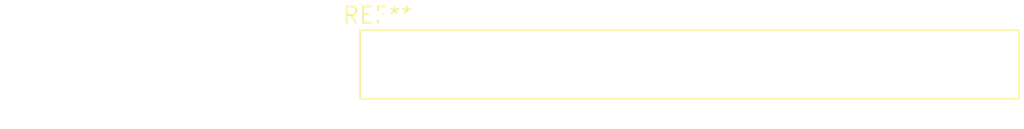
<source format=kicad_pcb>
(kicad_pcb (version 20240108) (generator pcbnew)
  (layers (0 "F.Cu" signal) (31 "B.Cu" signal) (34 "B.Paste" user) (35 "F.Paste" user) (36 "B.SilkS" user "B.Silkscreen") (37 "F.SilkS" user "F.Silkscreen") (38 "B.Mask" user) (39 "F.Mask" user) (44 "Edge.Cuts" user))
  (net 0 "")
  (footprint "Samtec_HLE-120-02-xx-DV-PE_2x20_P2.54mm_Horizontal" (layer "F.Cu") (at 0 0)
    (property "Reference" "REF**")
    (property "Value" "Samtec_HLE-120-02-xx-DV-PE_2x20_P2.54mm_Horizontal")
    (fp_line (start -1.38 1.16) (end 49.64 1.16) (layer "F.SilkS") (stroke (width 0.12)))
    (fp_line (start -1.38 6.46) (end -1.38 1.16) (layer "F.SilkS") (stroke (width 0.12)))
    (fp_line (start 49.64 1.16) (end 49.64 6.46) (layer "F.SilkS") (stroke (width 0.12)))
    (fp_line (start 49.64 6.46) (end -1.38 6.46) (layer "F.SilkS") (stroke (width 0.12)))
    (pad "" np_thru_hole circle (at 0 2.54) (size 1.4 1.4) (drill 1.4) (layers *.Cu *.Mask))
    (pad "" np_thru_hole circle (at 0 5.08) (size 1.4 1.4) (drill 1.4) (layers *.Cu *.Mask))
    (pad "" np_thru_hole circle (at 2.54 2.54) (size 1.4 1.4) (drill 1.4) (layers *.Cu *.Mask))
    (pad "" np_thru_hole circle (at 2.54 5.08) (size 1.4 1.4) (drill 1.4) (layers *.Cu *.Mask))
    (pad "" np_thru_hole circle (at 5.08 2.54) (size 1.4 1.4) (drill 1.4) (layers *.Cu *.Mask))
    (pad "" np_thru_hole circle (at 5.08 5.08) (size 1.4 1.4) (drill 1.4) (layers *.Cu *.Mask))
    (pad "" np_thru_hole circle (at 7.62 2.54) (size 1.4 1.4) (drill 1.4) (layers *.Cu *.Mask))
    (pad "" np_thru_hole circle (at 7.62 5.08) (size 1.4 1.4) (drill 1.4) (layers *.Cu *.Mask))
    (pad "" np_thru_hole circle (at 10.16 2.54) (size 1.4 1.4) (drill 1.4) (layers *.Cu *.Mask))
    (pad "" np_thru_hole circle (at 10.16 5.08) (size 1.4 1.4) (drill 1.4) (layers *.Cu *.Mask))
    (pad "" np_thru_hole circle (at 12.7 2.54) (size 1.4 1.4) (drill 1.4) (layers *.Cu *.Mask))
    (pad "" np_thru_hole circle (at 12.7 5.08) (size 1.4 1.4) (drill 1.4) (layers *.Cu *.Mask))
    (pad "" np_thru_hole circle (at 15.24 2.54) (size 1.4 1.4) (drill 1.4) (layers *.Cu *.Mask))
    (pad "" np_thru_hole circle (at 15.24 5.08) (size 1.4 1.4) (drill 1.4) (layers *.Cu *.Mask))
    (pad "" np_thru_hole circle (at 17.78 2.54) (size 1.4 1.4) (drill 1.4) (layers *.Cu *.Mask))
    (pad "" np_thru_hole circle (at 17.78 5.08) (size 1.4 1.4) (drill 1.4) (layers *.Cu *.Mask))
    (pad "" np_thru_hole circle (at 20.32 2.54) (size 1.4 1.4) (drill 1.4) (layers *.Cu *.Mask))
    (pad "" np_thru_hole circle (at 20.32 5.08) (size 1.4 1.4) (drill 1.4) (layers *.Cu *.Mask))
    (pad "" np_thru_hole circle (at 22.86 2.54) (size 1.4 1.4) (drill 1.4) (layers *.Cu *.Mask))
    (pad "" np_thru_hole circle (at 22.86 5.08) (size 1.4 1.4) (drill 1.4) (layers *.Cu *.Mask))
    (pad "" np_thru_hole circle (at 25.4 2.54) (size 1.4 1.4) (drill 1.4) (layers *.Cu *.Mask))
    (pad "" np_thru_hole circle (at 25.4 5.08) (size 1.4 1.4) (drill 1.4) (layers *.Cu *.Mask))
    (pad "" np_thru_hole circle (at 27.94 2.54) (size 1.4 1.4) (drill 1.4) (layers *.Cu *.Mask))
    (pad "" np_thru_hole circle (at 27.94 5.08) (size 1.4 1.4) (drill 1.4) (layers *.Cu *.Mask))
    (pad "" np_thru_hole circle (at 30.48 2.54) (size 1.4 1.4) (drill 1.4) (layers *.Cu *.Mask))
    (pad "" np_thru_hole circle (at 30.48 5.08) (size 1.4 1.4) (drill 1.4) (layers *.Cu *.Mask))
    (pad "" np_thru_hole circle (at 33.02 2.54) (size 1.4 1.4) (drill 1.4) (layers *.Cu *.Mask))
    (pad "" np_thru_hole circle (at 33.02 5.08) (size 1.4 1.4) (drill 1.4) (layers *.Cu *.Mask))
    (pad "" np_thru_hole circle (at 35.56 2.54) (size 1.4 1.4) (drill 1.4) (layers *.Cu *.Mask))
    (pad "" np_thru_hole circle (at 35.56 5.08) (size 1.4 1.4) (drill 1.4) (layers *.Cu *.Mask))
    (pad "" np_thru_hole circle (at 38.1 2.54) (size 1.4 1.4) (drill 1.4) (layers *.Cu *.Mask))
    (pad "" np_thru_hole circle (at 38.1 5.08) (size 1.4 1.4) (drill 1.4) (layers *.Cu *.Mask))
    (pad "" np_thru_hole circle (at 40.64 2.54) (size 1.4 1.4) (drill 1.4) (layers *.Cu *.Mask))
    (pad "" np_thru_hole circle (at 40.64 5.08) (size 1.4 1.4) (drill 1.4) (layers *.Cu *.Mask))
    (pad "" np_thru_hole circle (at 43.18 2.54) (size 1.4 1.4) (drill 1.4) (layers *.Cu *.Mask))
    (pad "" np_thru_hole circle (at 43.18 5.08) (size 1.4 1.4) (drill 1.4) (layers *.Cu *.Mask))
    (pad "" np_thru_hole circle (at 45.72 2.54) (size 1.4 1.4) (drill 1.4) (layers *.Cu *.Mask))
    (pad "" np_thru_hole circle (at 45.72 5.08) (size 1.4 1.4) (drill 1.4) (layers *.Cu *.Mask))
    (pad "" np_thru_hole circle (at 48.26 2.54) (size 1.4 1.4) (drill 1.4) (layers *.Cu *.Mask))
    (pad "" np_thru_hole circle (at 48.26 5.08) (size 1.4 1.4) (drill 1.4) (layers *.Cu *.Mask))
    (pad "1" thru_hole roundrect (at 0 0) (size 1.31 1.31) (drill 0.71) (layers *.Cu *.Mask) (remove_unused_layers) (roundrect_rratio 0.19084))
    (pad "2" thru_hole circle (at 0 7.62) (size 1.31 1.31) (drill 0.71) (layers *.Cu *.Mask) (remove_unused_layers))
    (pad "3" thru_hole circle (at 2.54 0) (size 1.31 1.31) (drill 0.71) (layers *.Cu *.Mask) (remove_unused_layers))
    (pad "4" thru_hole circle (at 2.54 7.62) (size 1.31 1.31) (drill 0.71) (layers *.Cu *.Mask) (remove_unused_layers))
    (pad "5" thru_hole circle (at 5.08 0) (size 1.31 1.31) (drill 0.71) (layers *.Cu *.Mask) (remove_unused_layers))
    (pad "6" thru_hole circle (at 5.08 7.62) (size 1.31 1.31) (drill 0.71) (layers *.Cu *.Mask) (remove_unused_layers))
    (pad "7" thru_hole circle (at 7.62 0) (size 1.31 1.31) (drill 0.71) (layers *.Cu *.Mask) (remove_unused_layers))
    (pad "8" thru_hole circle (at 7.62 7.62) (size 1.31 1.31) (drill 0.71) (layers *.Cu *.Mask) (remove_unused_layers))
    (pad "9" thru_hole circle (at 10.16 0) (size 1.31 1.31) (drill 0.71) (layers *.Cu *.Mask) (remove_unused_layers))
    (pad "10" thru_hole circle (at 10.16 7.62) (size 1.31 1.31) (drill 0.71) (layers *.Cu *.Mask) (remove_unused_layers))
    (pad "11" thru_hole circle (at 12.7 0) (size 1.31 1.31) (drill 0.71) (layers *.Cu *.Mask) (remove_unused_layers))
    (pad "12" thru_hole circle (at 12.7 7.62) (size 1.31 1.31) (drill 0.71) (layers *.Cu *.Mask) (remove_unused_layers))
    (pad "13" thru_hole circle (at 15.24 0) (size 1.31 1.31) (drill 0.71) (layers *.Cu *.Mask) (remove_unused_layers))
    (pad "14" thru_hole circle (at 15.24 7.62) (size 1.31 1.31) (drill 0.71) (layers *.Cu *.Mask) (remove_unused_layers))
    (pad "15" thru_hole circle (at 17.78 0) (size 1.31 1.31) (drill 0.71) (layers *.Cu *.Mask) (remove_unused_layers))
    (pad "16" thru_hole circle (at 17.78 7.62) (size 1.31 1.31) (drill 0.71) (layers *.Cu *.Mask) (remove_unused_layers))
    (pad "17" thru_hole circle (at 20.32 0) (size 1.31 1.31) (drill 0.71) (layers *.Cu *.Mask) (remove_unused_layers))
    (pad "18" thru_hole circle (at 20.32 7.62) (size 1.31 1.31) (drill 0.71) (layers *.Cu *.Mask) (remove_unused_layers))
    (pad "19" thru_hole circle (at 22.86 0) (size 1.31 1.31) (drill 0.71) (layers *.Cu *.Mask) (remove_unused_layers))
    (pad "20" thru_hole circle (at 22.86 7.62) (size 1.31 1.31) (drill 0.71) (layers *.Cu *.Mask) (remove_unused_layers))
    (pad "21" thru_hole circle (at 25.4 0) (size 1.31 1.31) (drill 0.71) (layers *.Cu *.Mask) (remove_unused_layers))
    (pad "22" thru_hole circle (at 25.4 7.62) (size 1.31 1.31) (drill 0.71) (layers *.Cu *.Mask) (remove_unused_layers))
    (pad "23" thru_hole circle (at 27.94 0) (size 1.31 1.31) (drill 0.71) (layers *.Cu *.Mask) (remove_unused_layers))
    (pad "24" thru_hole circle (at 27.94 7.62) (size 1.31 1.31) (drill 0.71) (layers *.Cu *.Mask) (remove_unused_layers))
    (pad "25" thru_hole circle (at 30.48 0) (size 1.31 1.31) (drill 0.71) (layers *.Cu *.Mask) (remove_unused_layers))
    (pad "26" thru_hole circle (at 30.48 7.62) (size 1.31 1.31) (drill 0.71) (layers *.Cu *.Mask) (remove_unused_layers))
    (pad "27" thru_hole circle (at 33.02 0) (size 1.31 1.31) (drill 0.71) (layers *.Cu *.Mask) (remove_unused_layers))
    (pad "28" thru_hole circle (at 33.02 7.62) (size 1.31 1.31) (drill 0.71) (layers *.Cu *.Mask) (remove_unused_layers))
    (pad "29" thru_hole circle (at 35.56 0) (size 1.31 1.31) (drill 0.71) (layers *.Cu *.Mask) (remove_unused_layers))
    (pad "30" thru_hole circle (at 35.56 7.62) (size 1.31 1.31) (drill 0.71) (layers *.Cu *.Mask) (remove_unused_layers))
    (pad "31" thru_hole circle (at 38.1 0) (size 1.31 1.31) (drill 0.71) (layers *.Cu *.Mask) (remove_unused_layers))
    (pad "32" thru_hole circle (at 38.1 7.62) (size 1.31 1.31) (drill 0.71) (layers *.Cu *.Mask) (remove_unused_layers))
    (pad "33" thru_hole circle (at 40.64 0) (size 1.31 1.31) (drill 0.71) (layers *.Cu *.Mask) (remove_unused_layers))
    (pad "34" thru_hole circle (at 40.64 7.62) (size 1.31 1.31) (drill 0.71) (layers *.Cu *.Mask) (remove_unused_layers))
    (pad "35" thru_hole circle (at 43.18 0) (size 1.31 1.31) (drill 0.71) (layers *.Cu *.Mask) (remove_unused_layers))
    (pad "36" thru_hole circle (at 43.18 7.62) (size 1.31 1.31) (drill 0.71) (layers *.Cu *.Mask) (remove_unused_layers))
    (pad "37" thru_hole circle (at 45.72 0) (size 1.31 1.31) (drill 0.71) (layers *.Cu *.Mask) (remove_unused_layers))
    (pad "38" thru_hole circle (at 45.72 7.62) (size 1.31 1.31) (drill 0.71) (layers *.Cu *.Mask) (remove_unused_layers))
    (pad "39" thru_hole circle (at 48.26 0) (size 1.31 1.31) (drill 0.71) (layers *.Cu *.Mask) (remove_unused_layers))
    (pad "40" thru_hole circle (at 48.26 7.62) (size 1.31 1.31) (drill 0.71) (layers *.Cu *.Mask) (remove_unused_layers))
  )
)
</source>
